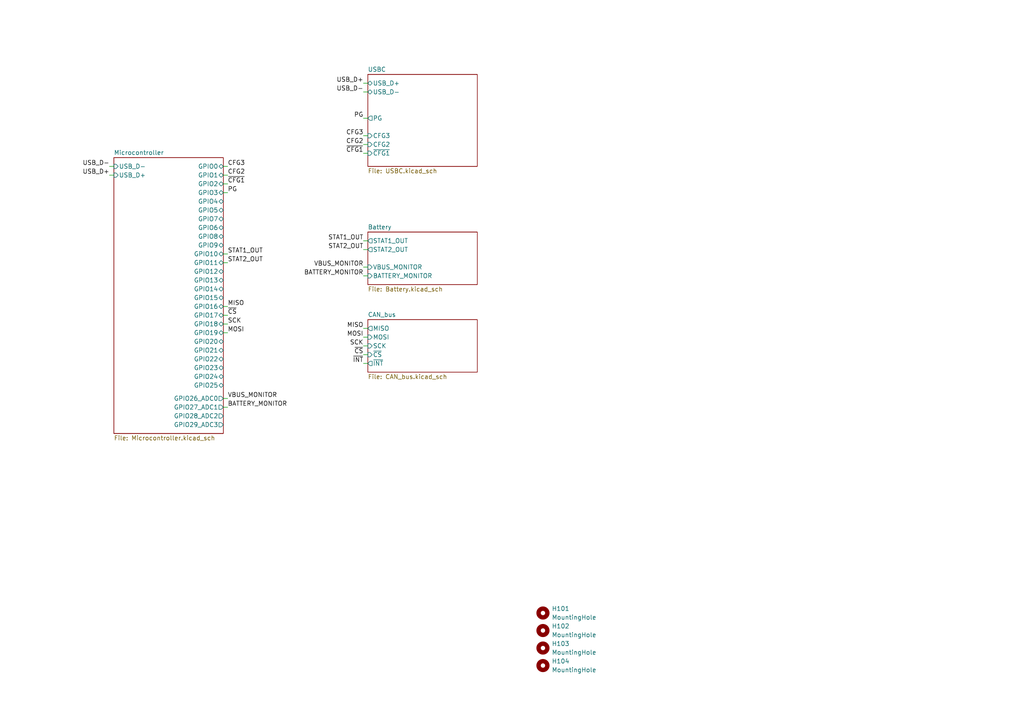
<source format=kicad_sch>
(kicad_sch (version 20231120) (generator "eeschema") (generator_version "8.0")
  (paper "A4")
  (title_block (title "Illumination system controller - overview") (date "2024-03-26") (rev "B01") (company "Chalmers EENX16-VT24-27"))
  (lib_symbols
    (symbol "Mechanical:MountingHole" (pin_names (offset 1.016))
      (property "Reference" "H" (at 0 5.08 0))
      (property "Value" "MountingHole" (at 0 3.175 0))
      (symbol "MountingHole_0_1"
        (circle (center 0 0) (radius 1.27) (stroke (width 1.27)))
      )
    )
  )
  (wire (pts (xy 66.04 48.26) (xy 64.77 48.26)))
  (wire (pts (xy 105.41 34.29) (xy 106.68 34.29)))
  (wire (pts (xy 105.41 97.79) (xy 106.68 97.79)))
  (wire (pts (xy 105.41 80.01) (xy 106.68 80.01)))
  (wire (pts (xy 105.41 95.25) (xy 106.68 95.25)))
  (wire (pts (xy 66.04 115.57) (xy 64.77 115.57)))
  (wire (pts (xy 66.04 50.8) (xy 64.77 50.8)))
  (wire (pts (xy 105.41 72.39) (xy 106.68 72.39)))
  (wire (pts (xy 105.41 44.45) (xy 106.68 44.45)))
  (wire (pts (xy 105.41 26.67) (xy 106.68 26.67)))
  (wire (pts (xy 105.41 105.41) (xy 106.68 105.41)))
  (wire (pts (xy 105.41 100.33) (xy 106.68 100.33)))
  (wire (pts (xy 64.77 96.52) (xy 66.04 96.52)))
  (wire (pts (xy 105.41 41.91) (xy 106.68 41.91)))
  (wire (pts (xy 64.77 91.44) (xy 66.04 91.44)))
  (wire (pts (xy 66.04 73.66) (xy 64.77 73.66)))
  (wire (pts (xy 66.04 53.34) (xy 64.77 53.34)))
  (wire (pts (xy 66.04 118.11) (xy 64.77 118.11)))
  (wire (pts (xy 64.77 55.88) (xy 66.04 55.88)))
  (wire (pts (xy 105.41 77.47) (xy 106.68 77.47)))
  (wire (pts (xy 33.02 48.26) (xy 31.75 48.26)))
  (wire (pts (xy 105.41 24.13) (xy 106.68 24.13)))
  (wire (pts (xy 105.41 69.85) (xy 106.68 69.85)))
  (wire (pts (xy 33.02 50.8) (xy 31.75 50.8)))
  (wire (pts (xy 105.41 102.87) (xy 106.68 102.87)))
  (wire (pts (xy 64.77 88.9) (xy 66.04 88.9)))
  (wire (pts (xy 66.04 76.2) (xy 64.77 76.2)))
  (wire (pts (xy 64.77 93.98) (xy 66.04 93.98)))
  (wire (pts (xy 105.41 39.37) (xy 106.68 39.37)))
  (label "BATTERY_MONITOR" (at 66.04 118.11 0))
  (label "USB_D-" (at 31.75 48.26 180))
  (label "BATTERY_MONITOR" (at 105.41 80.01 180))
  (label "MISO" (at 105.41 95.25 180))
  (label "STAT1_OUT" (at 105.41 69.85 180))
  (label "~{CS}" (at 66.04 91.44 0))
  (label "~{CFG1}" (at 105.41 44.45 180))
  (label "USB_D-" (at 105.41 26.67 180))
  (label "MOSI" (at 66.04 96.52 0))
  (label "~{CFG1}" (at 66.04 53.34 0))
  (label "~{CS}" (at 105.41 102.87 180))
  (label "CFG2" (at 66.04 50.8 0))
  (label "VBUS_MONITOR" (at 66.04 115.57 0))
  (label "CFG2" (at 105.41 41.91 180))
  (label "STAT2_OUT" (at 66.04 76.2 0))
  (label "CFG3" (at 66.04 48.26 0))
  (label "PG" (at 105.41 34.29 180))
  (label "~{INT}" (at 105.41 105.41 180))
  (label "CFG3" (at 105.41 39.37 180))
  (label "USB_D+" (at 31.75 50.8 180))
  (label "MOSI" (at 105.41 97.79 180))
  (label "USB_D+" (at 105.41 24.13 180))
  (label "VBUS_MONITOR" (at 105.41 77.47 180))
  (label "PG" (at 66.04 55.88 0))
  (label "STAT1_OUT" (at 66.04 73.66 0))
  (label "SCK" (at 66.04 93.98 0))
  (label "SCK" (at 105.41 100.33 180))
  (label "MISO" (at 66.04 88.9 0))
  (label "STAT2_OUT" (at 105.41 72.39 180))
  (symbol (lib_id "Mechanical:MountingHole") (at 157.48 182.88 0) (unit 1)
    (property "Reference" "H102" (at 160.02 181.6099 0) (effects (justify left)))
    (property "Value" "MountingHole" (at 160.02 184.1499 0) (effects (justify left)))
    (property "Footprint" "MountingHole:MountingHole_3.2mm_M3" (effects (hide yes)))
    (property "Description" "Mounting Hole without connection" (effects (hide yes)))
  )
  (symbol (lib_id "Mechanical:MountingHole") (at 157.48 193.04 0) (unit 1)
    (property "Reference" "H104" (at 160.02 191.7699 0) (effects (justify left)))
    (property "Value" "MountingHole" (at 160.02 194.3099 0) (effects (justify left)))
    (property "Footprint" "MountingHole:MountingHole_3.2mm_M3" (effects (hide yes)))
    (property "Description" "Mounting Hole without connection" (effects (hide yes)))
  )
  (symbol (lib_id "Mechanical:MountingHole") (at 157.48 177.8 0) (unit 1)
    (property "Reference" "H101" (at 160.02 176.5299 0) (effects (justify left)))
    (property "Value" "MountingHole" (at 160.02 179.0699 0) (effects (justify left)))
    (property "Footprint" "MountingHole:MountingHole_3.2mm_M3" (effects (hide yes)))
    (property "Description" "Mounting Hole without connection" (effects (hide yes)))
  )
  (symbol (lib_id "Mechanical:MountingHole") (at 157.48 187.96 0) (unit 1)
    (property "Reference" "H103" (at 160.02 186.6899 0) (effects (justify left)))
    (property "Value" "MountingHole" (at 160.02 189.2299 0) (effects (justify left)))
    (property "Footprint" "MountingHole:MountingHole_3.2mm_M3" (effects (hide yes)))
    (property "Description" "Mounting Hole without connection" (effects (hide yes)))
  )
  (sheet (at 106.68 92.71) (size 31.75 15.24) (stroke (width 0.1524))
    (property "Sheetname" "CAN_bus" (at 106.68 91.9984 0) (effects (justify left bottom)))
    (property "Sheetfile" "CAN_bus.kicad_sch" (at 106.68 108.5346 0) (effects (justify left top)))
    (pin "~{INT}" output (at 106.68 105.41 180))
    (pin "SCK" input (at 106.68 100.33 180))
    (pin "MISO" output (at 106.68 95.25 180))
    (pin "MOSI" input (at 106.68 97.79 180))
    (pin "~{CS}" input (at 106.68 102.87 180))
  )
  (sheet (at 106.68 21.59) (size 31.75 26.67) (stroke (width 0.1524))
    (property "Sheetname" "USBC" (at 106.68 20.8784 0) (effects (justify left bottom)))
    (property "Sheetfile" "USBC.kicad_sch" (at 106.68 48.8446 0) (effects (justify left top)))
    (pin "USB_D+" bidirectional (at 106.68 24.13 180))
    (pin "USB_D-" bidirectional (at 106.68 26.67 180))
    (pin "CFG3" input (at 106.68 39.37 180))
    (pin "CFG2" input (at 106.68 41.91 180))
    (pin "~{CFG1}" input (at 106.68 44.45 180))
    (pin "PG" output (at 106.68 34.29 180))
  )
  (sheet (at 33.02 45.72) (size 31.75 80.01) (stroke (width 0.1524))
    (property "Sheetname" "Microcontroller" (at 33.02 45.0084 0) (effects (justify left bottom)))
    (property "Sheetfile" "Microcontroller.kicad_sch" (at 33.02 126.3146 0) (effects (justify left top)))
    (pin "USB_D-" input (at 33.02 48.26 180))
    (pin "USB_D+" input (at 33.02 50.8 180))
    (pin "GPIO6" bidirectional (at 64.77 66.04 0))
    (pin "GPIO8" bidirectional (at 64.77 68.58 0))
    (pin "GPIO9" bidirectional (at 64.77 71.12 0))
    (pin "GPIO7" bidirectional (at 64.77 63.5 0))
    (pin "GPIO10" bidirectional (at 64.77 73.66 0))
    (pin "GPIO23" bidirectional (at 64.77 106.68 0))
    (pin "GPIO20" bidirectional (at 64.77 99.06 0))
    (pin "GPIO22" bidirectional (at 64.77 104.14 0))
    (pin "GPIO19" bidirectional (at 64.77 96.52 0))
    (pin "GPIO17" bidirectional (at 64.77 91.44 0))
    (pin "GPIO21" bidirectional (at 64.77 101.6 0))
    (pin "GPIO18" bidirectional (at 64.77 93.98 0))
    (pin "GPIO26_ADC0" output (at 64.77 115.57 0))
    (pin "GPIO28_ADC2" output (at 64.77 120.65 0))
    (pin "GPIO25" bidirectional (at 64.77 111.76 0))
    (pin "GPIO29_ADC3" output (at 64.77 123.19 0))
    (pin "GPIO27_ADC1" output (at 64.77 118.11 0))
    (pin "GPIO24" bidirectional (at 64.77 109.22 0))
    (pin "GPIO16" bidirectional (at 64.77 88.9 0))
    (pin "GPIO15" bidirectional (at 64.77 86.36 0))
    (pin "GPIO12" bidirectional (at 64.77 78.74 0))
    (pin "GPIO13" bidirectional (at 64.77 81.28 0))
    (pin "GPIO14" bidirectional (at 64.77 83.82 0))
    (pin "GPIO11" bidirectional (at 64.77 76.2 0))
    (pin "GPIO4" bidirectional (at 64.77 58.42 0))
    (pin "GPIO1" bidirectional (at 64.77 50.8 0))
    (pin "GPIO2" bidirectional (at 64.77 53.34 0))
    (pin "GPIO5" bidirectional (at 64.77 60.96 0))
    (pin "GPIO3" bidirectional (at 64.77 55.88 0))
    (pin "GPIO0" bidirectional (at 64.77 48.26 0))
  )
  (sheet (at 106.68 67.31) (size 31.75 15.24) (stroke (width 0.1524))
    (property "Sheetname" "Battery" (at 106.68 66.5984 0) (effects (justify left bottom)))
    (property "Sheetfile" "Battery.kicad_sch" (at 106.68 83.1346 0) (effects (justify left top)))
    (pin "STAT1_OUT" output (at 106.68 69.85 180))
    (pin "STAT2_OUT" output (at 106.68 72.39 180))
    (pin "BATTERY_MONITOR" input (at 106.68 80.01 180))
    (pin "VBUS_MONITOR" input (at 106.68 77.47 180))
  )
)
</source>
